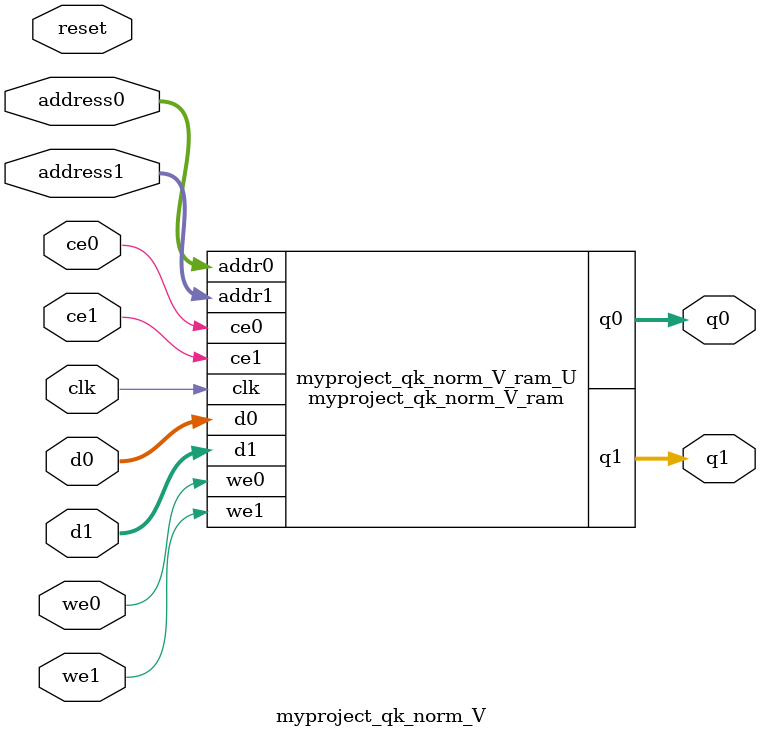
<source format=v>
`timescale 1 ns / 1 ps
module myproject_qk_norm_V_ram (addr0, ce0, d0, we0, q0, addr1, ce1, d1, we1, q1,  clk);

parameter DWIDTH = 16;
parameter AWIDTH = 7;
parameter MEM_SIZE = 72;

input[AWIDTH-1:0] addr0;
input ce0;
input[DWIDTH-1:0] d0;
input we0;
output reg[DWIDTH-1:0] q0;
input[AWIDTH-1:0] addr1;
input ce1;
input[DWIDTH-1:0] d1;
input we1;
output reg[DWIDTH-1:0] q1;
input clk;

(* ram_style = "block" *)reg [DWIDTH-1:0] ram[0:MEM_SIZE-1];




always @(posedge clk)  
begin 
    if (ce0) begin
        if (we0) 
            ram[addr0] <= d0; 
        q0 <= ram[addr0];
    end
end


always @(posedge clk)  
begin 
    if (ce1) begin
        if (we1) 
            ram[addr1] <= d1; 
        q1 <= ram[addr1];
    end
end


endmodule

`timescale 1 ns / 1 ps
module myproject_qk_norm_V(
    reset,
    clk,
    address0,
    ce0,
    we0,
    d0,
    q0,
    address1,
    ce1,
    we1,
    d1,
    q1);

parameter DataWidth = 32'd16;
parameter AddressRange = 32'd72;
parameter AddressWidth = 32'd7;
input reset;
input clk;
input[AddressWidth - 1:0] address0;
input ce0;
input we0;
input[DataWidth - 1:0] d0;
output[DataWidth - 1:0] q0;
input[AddressWidth - 1:0] address1;
input ce1;
input we1;
input[DataWidth - 1:0] d1;
output[DataWidth - 1:0] q1;



myproject_qk_norm_V_ram myproject_qk_norm_V_ram_U(
    .clk( clk ),
    .addr0( address0 ),
    .ce0( ce0 ),
    .we0( we0 ),
    .d0( d0 ),
    .q0( q0 ),
    .addr1( address1 ),
    .ce1( ce1 ),
    .we1( we1 ),
    .d1( d1 ),
    .q1( q1 ));

endmodule


</source>
